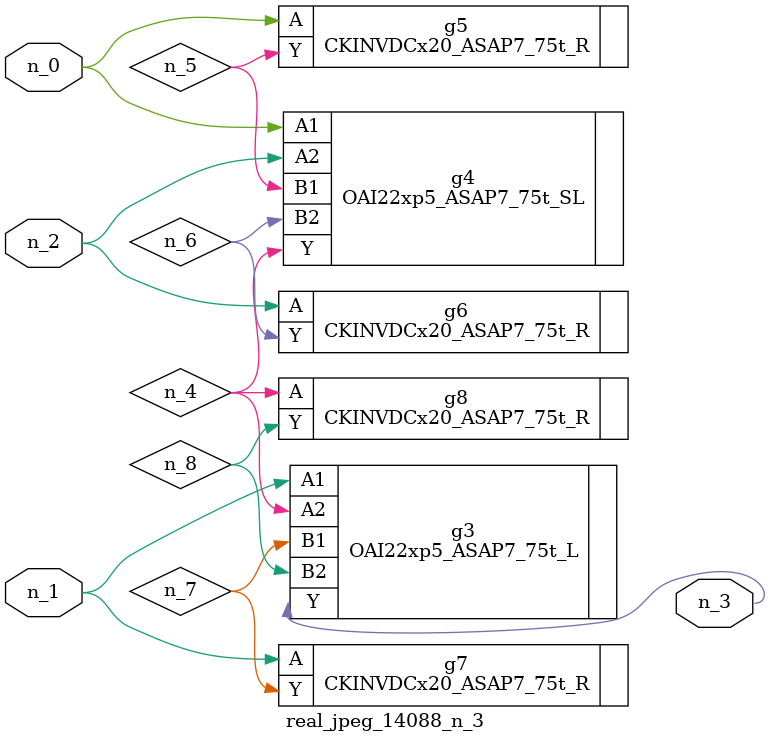
<source format=v>
module real_jpeg_14088_n_3 (n_1, n_0, n_2, n_3);

input n_1;
input n_0;
input n_2;

output n_3;

wire n_5;
wire n_4;
wire n_8;
wire n_6;
wire n_7;

OAI22xp5_ASAP7_75t_SL g4 ( 
.A1(n_0),
.A2(n_2),
.B1(n_5),
.B2(n_6),
.Y(n_4)
);

CKINVDCx20_ASAP7_75t_R g5 ( 
.A(n_0),
.Y(n_5)
);

OAI22xp5_ASAP7_75t_L g3 ( 
.A1(n_1),
.A2(n_4),
.B1(n_7),
.B2(n_8),
.Y(n_3)
);

CKINVDCx20_ASAP7_75t_R g7 ( 
.A(n_1),
.Y(n_7)
);

CKINVDCx20_ASAP7_75t_R g6 ( 
.A(n_2),
.Y(n_6)
);

CKINVDCx20_ASAP7_75t_R g8 ( 
.A(n_4),
.Y(n_8)
);


endmodule
</source>
